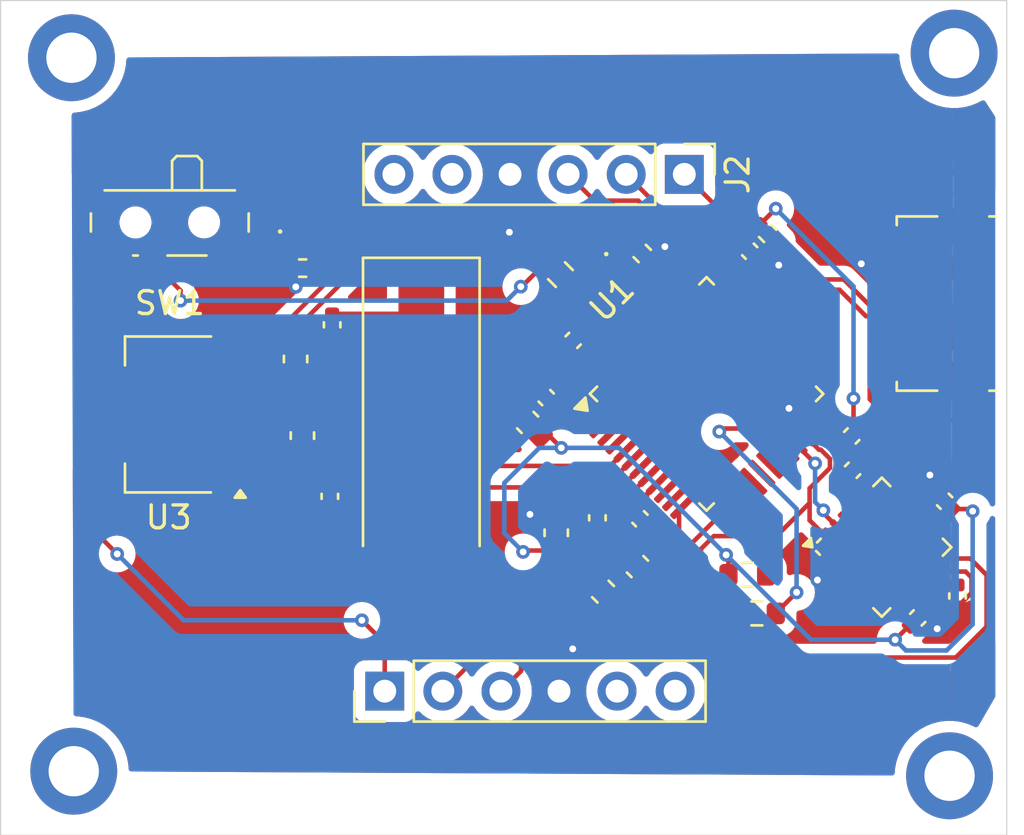
<source format=kicad_pcb>
(kicad_pcb (version 20221018) (generator pcbnew)
  (layers (0 "F.Cu" signal) (31 "B.Cu" signal) (34 "B.Paste" user) (35 "F.Paste" user) (36 "B.SilkS" user "B.Silkscreen") (37 "F.SilkS" user "F.Silkscreen") (38 "B.Mask" user) (39 "F.Mask" user) (44 "Edge.Cuts" user))
  (net 0 "")
  (net 1 "+3.3V")
  (net 2 "GND")
  (net 3 "Net-(U2-CPOUT)")
  (net 4 "Net-(U2-REGOUT)")
  (net 5 "+3.3VA")
  (net 6 "Net-(U1-NRST)")
  (net 7 "/OSC_IN")
  (net 8 "/OSC_OUT")
  (net 9 "VBUS")
  (net 10 "/PWR_LED_K")
  (net 11 "Net-(D2-K)")
  (net 12 "/GPIO_LED")
  (net 13 "/USB_D-")
  (net 14 "/USB_D+")
  (net 16 "unconnected-(J1-Shield-Pad6)")
  (net 17 "/SWDIO")
  (net 18 "/SWCLK")
  (net 19 "/USART2_TX")
  (net 20 "/USART2_RX")
  (net 21 "/IMU_SDA")
  (net 22 "/IMU_SCL")
  (net 23 "/SW_BOOT0")
  (net 24 "/BOOT0")
  (net 30 "/IMU_INT")
  (footprint "Package_TO_SOT_SMD:SOT-223-3_TabPin2" (layer "F.Cu") (at 149.649999 66.9 180)
    (fp_text reference "U3")
    (fp_text value "AMS1117-3.3")
  )
  (footprint "Sensor_Motion:InvenSense_QFN-24_4x4mm_P0.5mm" (layer "F.Cu") (at 180.837258 72.705025 45)
    (fp_text reference "U2" hide)
    (fp_text value "MPU-6050" hide)
  )
  (footprint "LED_SMD:LED_0402_1005Metric" (layer "F.Cu") (at 169.557053 60.657053 -45)
    (fp_text reference "D2" hide)
    (fp_text value "LED" hide)
  )
  (footprint "Capacitor_SMD:C_0402_1005Metric" (layer "F.Cu") (at 167.339411 63.660589 45)
    (fp_text reference "C5" hide)
    (fp_text value "100n" hide)
  )
  (footprint "LED_SMD:LED_0402_1005Metric" (layer "F.Cu") (at 155.615 58.9)
    (fp_text reference "D1" hide)
    (fp_text value "LED" hide)
  )
  (footprint "Capacitor_SMD:C_0402_1005Metric" (layer "F.Cu") (at 170.260589 71.460589 135)
    (fp_text reference "C12" hide)
    (fp_text value "10n" hide)
  )
  (footprint "Resistor_SMD:R_0603_1608Metric" (layer "F.Cu") (at 175.375 75.6)
    (fp_text reference "R3" hide)
    (fp_text value "10k" hide)
  )
  (footprint "Capacitor_SMD:C_0402_1005Metric" (layer "F.Cu") (at 175.060589 59.760589 -45)
    (fp_text reference "C6" hide)
    (fp_text value "100n" hide)
  )
  (footprint "Capacitor_SMD:C_0603_1608Metric" (layer "F.Cu") (at 170.151992 73.551992 135)
    (fp_text reference "C11" hide)
    (fp_text value "1u" hide)
  )
  (footprint "Connector_PinHeader_2.54mm:PinHeader_1x06_P2.54mm_Vertical" (layer "F.Cu") (at 159.1 79 90)
    (fp_text reference "J3" hide)
    (fp_text value "Conn_01x04_Pin" hide)
  )
  (footprint "Connector_USB:USB_Micro-B_Molex_47346-0001" (layer "F.Cu") (at 183.2 62.05 90)
    (fp_text reference "J1" hide)
    (fp_text value "USB_B_Micro" hide)
  )
  (footprint "MountingHole:MountingHole_2.2mm_M2_DIN965_Pad_TopBottom" (layer "F.Cu") (at 145.5 82.5)
    (fp_text reference "H3" hide)
    (fp_text value "MountingHole" hide)
  )
  (footprint "MountingHole:MountingHole_2.2mm_M2_DIN965_Pad_TopBottom" (layer "F.Cu") (at 145.4 51.3)
    (fp_text reference "H4" hide)
    (fp_text value "MountingHole" hide)
  )
  (footprint "Capacitor_SMD:C_0402_1005Metric" (layer "F.Cu") (at 182.407035 75.795908 -135)
    (fp_text reference "C2" hide)
    (fp_text value "10n" hide)
  )
  (footprint "Resistor_SMD:R_0603_1608Metric" (layer "F.Cu") (at 174.955 73.91)
    (fp_text reference "R2" hide)
    (fp_text value "10k" hide)
  )
  (footprint "Capacitor_SMD:C_0603_1608Metric" (layer "F.Cu") (at 165.348008 67.248008 135)
    (fp_text reference "C10" hide)
    (fp_text value "1u" hide)
  )
  (footprint "Capacitor_SMD:C_0402_1005Metric" (layer "F.Cu") (at 183.585857 70.695908 135)
    (fp_text reference "C1" hide)
    (fp_text value "100n" hide)
  )
  (footprint "Resistor_SMD:R_0603_1608Metric" (layer "F.Cu") (at 166.783363 60.783363 -45)
    (fp_text reference "R4" hide)
    (fp_text value "10k" hide)
  )
  (footprint "Capacitor_SMD:C_0402_1005Metric" (layer "F.Cu") (at 184.146446 74.836497 90)
    (fp_text reference "C4" hide)
    (fp_text value "100n" hide)
  )
  (footprint "Package_QFP:LQFP-48_7x7mm_P0.5mm" (layer "F.Cu") (at 173.172785 66 45)
    (fp_text reference "U1")
    (fp_text value "STM32F103C8T6" hide)
  )
  (footprint "Capacitor_SMD:C_0402_1005Metric" (layer "F.Cu") (at 156.7 70.48 90)
    (fp_text reference "C15" hide)
    (fp_text value "30p" hide)
  )
  (footprint "Crystal:Crystal_SMD_HC49-SD" (layer "F.Cu") (at 160.7 66.75 -90)
    (fp_text reference "Y2" hide)
    (fp_text value "Crystal" hide)
  )
  (footprint "Resistor_SMD:R_0402_1005Metric" (layer "F.Cu") (at 175.845698 58.981284 -45)
    (fp_text reference "R6" hide)
    (fp_text value "1k5" hide)
  )
  (footprint "Connector_PinHeader_2.54mm:PinHeader_1x06_P2.54mm_Vertical" (layer "F.Cu") (at 172.2 56.4 -90)
    (fp_text reference "J2")
    (fp_text value "Conn_01x04_Pin" hide)
  )
  (footprint "Resistor_SMD:R_0402_1005Metric" (layer "F.Cu") (at 170.360624 59.860624 -45)
    (fp_text reference "R5" hide)
    (fp_text value "1k5" hide)
  )
  (footprint "Inductor_SMD:L_0603_1608Metric" (layer "F.Cu") (at 168.647137 74.647137 -45)
    (fp_text reference "FB1" hide)
    (fp_text value "120R" hide)
  )
  (footprint "Capacitor_SMD:C_0402_1005Metric" (layer "F.Cu") (at 168.4 71.42 -90)
    (fp_text reference "C13" hide)
    (fp_text value "100n" hide)
  )
  (footprint "Button_Switch_SMD:SW_SPDT_PCM12" (layer "F.Cu") (at 149.7 58.83 180)
    (fp_text reference "SW1")
    (fp_text value "SW_SPDT")
  )
  (footprint "Capacitor_SMD:C_0603_1608Metric" (layer "F.Cu") (at 166.6 72.075 90)
    (fp_text reference "C9" hide)
    (fp_text value "10u" hide)
  )
  (footprint "MountingHole:MountingHole_2.2mm_M2_DIN965_Pad_TopBottom" (layer "F.Cu") (at 184 51.1)
    (fp_text reference "H1" hide)
    (fp_text value "MountingHole" hide)
  )
  (footprint "MountingHole:MountingHole_2.2mm_M2_DIN965_Pad_TopBottom" (layer "F.Cu") (at 183.8 82.7)
    (fp_text reference "H2" hide)
    (fp_text value "MountingHole" hide)
  )
  (footprint "Capacitor_SMD:C_0402_1005Metric" (layer "F.Cu") (at 179.52 67.839411 -135)
    (fp_text reference "C7" hide)
    (fp_text value "100n" hide)
  )
  (footprint "Capacitor_SMD:C_0402_1005Metric" (layer "F.Cu") (at 156.8 62.98 -90)
    (fp_text reference "C14" hide)
    (fp_text value "30p" hide)
  )
  (footprint "Resistor_SMD:R_0402_1005Metric" (layer "F.Cu") (at 155.51 60.5 180)
    (fp_text reference "R1" hide)
    (fp_text value "1k5")
  )
  (footprint "Capacitor_SMD:C_0402_1005Metric" (layer "F.Cu") (at 179.560589 69.339411 -135)
    (fp_text reference "C3" hide)
    (fp_text value "2n2" hide)
  )
  (footprint "Capacitor_SMD:C_0402_1005Metric" (layer "F.Cu") (at 166.160589 66.160589 135)
    (fp_text reference "C8" hide)
    (fp_text value "100n" hide)
  )
  (footprint "Capacitor_SMD:C_0603_1608Metric" (layer "F.Cu") (at 155.2 64.475 90)
    (fp_text reference "C17" hide)
    (fp_text value "22u" hide)
  )
  (footprint "Capacitor_SMD:C_0603_1608Metric" (layer "F.Cu") (at 155.5 67.825 90)
    (fp_text reference "C16" hide)
    (fp_text value "22u" hide)
  )
  (gr_rect (start 142.3 48.8) (end 186.3 85.3) (stroke (width 0.05)) (fill none) (layer "Edge.Cuts"))
  (segment (start 174.721178 59.421178) (end 174.721178 59.384556) (width 0.2) (layer "F.Cu") (net 1))
  (segment (start 168.09029 74.09029) (end 166.85 72.85) (width 0.2) (layer "F.Cu") (net 1))
  (segment (start 174.171573 59.970783) (end 174.721178 59.421178) (width 0.2) (layer "F.Cu") (net 1))
  (segment (start 146.499999 72.099999) (end 147.4 73) (width 0.2) (layer "F.Cu") (net 1))
  (segment (start 174.171573 61.112124) (end 174.171573 59.970783) (width 0.2) (layer "F.Cu") (net 1))
  (segment (start 178.561873 67.5) (end 178.060661 66.998788) (width 0.2) (layer "F.Cu") (net 1))
  (segment (start 152.799999 66.9) (end 155.35 66.9) (width 0.2) (layer "F.Cu") (net 1))
  (segment (start 175.485074 58.614926) (end 176.2 57.9) (width 0.2) (layer "F.Cu") (net 1))
  (segment (start 183.925268 71.035319) (end 183.925268 69.175268) (width 0.2) (layer "F.Cu") (net 1))
  (segment (start 174.13 73.91) (end 174.13 73.140735) (width 0.2) (layer "F.Cu") (net 1))
  (segment (start 146.499999 66.9) (end 146.499999 72.099999) (width 0.2) (layer "F.Cu") (net 1))
  (segment (start 168.001212 65.001212) (end 167 64) (width 0.2) (layer "F.Cu") (net 1))
  (segment (start 159.1 77.29) (end 161.6 74.79) (width 0.2) (layer "F.Cu") (net 1))
  (segment (start 174.13 73.91) (end 174.13 75.18) (width 0.2) (layer "F.Cu") (net 1))
  (segment (start 156.59 59.39) (end 156.59 61.086304) (width 0.2) (layer "F.Cu") (net 1))
  (segment (start 180.59 67.5) (end 179.859411 67.5) (width 0.2) (layer "F.Cu") (net 1))
  (segment (start 166.5 66.5) (end 167.786121 66.5) (width 0.2) (layer "F.Cu") (net 1))
  (segment (start 167.998788 65.001212) (end 168.284909 65.001212) (width 0.2) (layer "F.Cu") (net 1))
  (segment (start 179.6 66.2) (end 179.6 67.240589) (width 0.2) (layer "F.Cu") (net 1))
  (segment (start 154.425 63.251304) (end 150.148695 63.251304) (width 0.2) (layer "F.Cu") (net 1))
  (segment (start 182.067624 76.135319) (end 182.067624 74.996051) (width 0.2) (layer "F.Cu") (net 1))
  (segment (start 156.59 61.086304) (end 154.425 63.251304) (width 0.2) (layer "F.Cu") (net 1))
  (segment (start 179.6 67.240589) (end 179.859411 67.5) (width 0.2) (layer "F.Cu") (net 1))
  (segment (start 165.896016 67.796016) (end 165.896016 67.103984) (width 0.2) (layer "F.Cu") (net 1))
  (segment (start 174.13 75.18) (end 174.55 75.6) (width 0.2) (layer "F.Cu") (net 1))
  (segment (start 168.284909 65.001212) (end 168.001212 65.001212) (width 0.2) (layer "F.Cu") (net 1))
  (segment (start 159.1 79) (end 159.1 77.29) (width 0.2) (layer "F.Cu") (net 1))
  (segment (start 174.13 73.140735) (end 174.029265 73.04) (width 0.2) (layer "F.Cu") (net 1))
  (segment (start 181.56 68.47) (end 180.59 67.5) (width 0.2) (layer "F.Cu") (net 1))
  (segment (start 183.925268 71.384782) (end 183.925268 71.035319) (width 0.2) (layer "F.Cu") (net 1))
  (segment (start 167.786121 66.5) (end 168.284909 66.998788) (width 0.2) (layer "F.Cu") (net 1))
  (segment (start 150.148695 63.251304) (end 146.499999 66.9) (width 0.2) (layer "F.Cu") (net 1))
  (segment (start 165.896016 67.103984) (end 166.5 66.5) (width 0.2) (layer "F.Cu") (net 1))
  (segment (start 175.485074 58.62066) (end 175.485074 58.614926) (width 0.2) (layer "F.Cu") (net 1))
  (segment (start 174.721178 59.421178) (end 174.721178 58.921178) (width 0.2) (layer "F.Cu") (net 1))
  (segment (start 165.896016 67.796016) (end 166.256016 67.796016) (width 0.2) (layer "F.Cu") (net 1))
  (segment (start 182.067624 74.996051) (end 181.685786 74.614213) (width 0.2) (layer "F.Cu") (net 1))
  (segment (start 166.85 72.85) (end 166.6 72.85) (width 0.2) (layer "F.Cu") (net 1))
  (segment (start 183.925268 69.175268) (end 183.22 68.47) (width 0.2) (layer "F.Cu") (net 1))
  (segment (start 183.22 68.47) (end 181.56 68.47) (width 0.2) (layer "F.Cu") (net 1))
  (segment (start 183.1 72.21005) (end 183.925268 71.384782) (width 0.2) (layer "F.Cu") (net 1))
  (segment (start 179.859411 67.5) (end 178.561873 67.5) (width 0.2) (layer "F.Cu") (net 1))
  (segment (start 165.21 72.85) (end 165.15 72.91) (width 0.2) (layer "F.Cu") (net 1))
  (segment (start 161.6 74.79) (end 164.66 74.79) (width 0.2) (layer "F.Cu") (net 1))
  (segment (start 159.1 76.9) (end 159.1 77.29) (width 0.2) (layer "F.Cu") (net 1))
  (segment (start 166.5 66.5) (end 167.998788 65.001212) (width 0.2) (layer "F.Cu") (net 1))
  (segment (start 158.1 75.9) (end 159.1 76.9) (width 0.2) (layer "F.Cu") (net 1))
  (segment (start 166.256016 67.796016) (end 166.82 68.36) (width 0.2) (layer "F.Cu") (net 1))
  (segment (start 146.499999 66.9) (end 146.499999 61.210001) (width 0.2) (layer "F.Cu") (net 1))
  (segment (start 164.66 74.79) (end 166.6 72.85) (width 0.2) (layer "F.Cu") (net 1))
  (segment (start 183.925268 71.035319) (end 184.715319 71.035319) (width 0.2) (layer "F.Cu") (net 1))
  (segment (start 146.499999 61.210001) (end 147.45 60.26) (width 0.2) (layer "F.Cu") (net 1))
  (segment (start 155.35 66.9) (end 155.5 67.05) (width 0.2) (layer "F.Cu") (net 1))
  (segment (start 174.721178 58.921178) (end 172.2 56.4) (width 0.2) (layer "F.Cu") (net 1))
  (segment (start 156.1 58.9) (end 156.59 59.39) (width 0.2) (layer "F.Cu") (net 1))
  (segment (start 182.067624 76.135319) (end 182.034681 76.135319) (width 0.2) (layer "F.Cu") (net 1))
  (segment (start 146.499999 66.9) (end 152.799999 66.9) (width 0.2) (layer "F.Cu") (net 1))
  (segment (start 184.715319 71.035319) (end 184.81 71.13) (width 0.2) (layer "F.Cu") (net 1))
  (segment (start 182.034681 76.135319) (end 181.42 76.75) (width 0.2) (layer "F.Cu") (net 1))
  (segment (start 174.721178 59.384556) (end 175.485074 58.62066) (width 0.2) (layer "F.Cu") (net 1))
  (segment (start 166.6 72.85) (end 165.21 72.85) (width 0.2) (layer "F.Cu") (net 1))
  (via (at 147.4 73) (size 0.6) (drill 0.3) (layers "F.Cu" "B.Cu") (net 1))
  (via (at 166.82 68.36) (size 0.6) (drill 0.3) (layers "F.Cu" "B.Cu") (net 1))
  (via (at 184.81 71.13) (size 0.6) (drill 0.3) (layers "F.Cu" "B.Cu") (net 1))
  (via (at 165.15 72.91) (size 0.6) (drill 0.3) (layers "F.Cu" "B.Cu") (net 1))
  (via (at 181.42 76.75) (size 0.6) (drill 0.3) (layers "F.Cu" "B.Cu") (net 1))
  (via (at 176.2 57.9) (size 0.6) (drill 0.3) (layers "F.Cu" "B.Cu") (net 1))
  (via (at 179.6 66.2) (size 0.6) (drill 0.3) (layers "F.Cu" "B.Cu") (net 1))
  (via (at 158.1 75.9) (size 0.6) (drill 0.3) (layers "F.Cu" "B.Cu") (net 1))
  (via (at 174.029265 73.04) (size 0.6) (drill 0.3) (layers "F.Cu" "B.Cu") (net 1))
  (segment (start 150.3 75.9) (end 158.1 75.9) (width 0.2) (layer "B.Cu") (net 1))
  (segment (start 166.82 68.36) (end 169.349265 68.36) (width 0.2) (layer "B.Cu") (net 1))
  (segment (start 177.739265 76.75) (end 174.029265 73.04) (width 0.2) (layer "B.Cu") (net 1))
  (segment (start 164.33 72.09) (end 164.33 69.89) (width 0.2) (layer "B.Cu") (net 1))
  (segment (start 165.86 68.36) (end 166.82 68.36) (width 0.2) (layer "B.Cu") (net 1))
  (segment (start 164.33 69.89) (end 165.86 68.36) (width 0.2) (layer "B.Cu") (net 1))
  (segment (start 181.89 77.22) (end 181.42 76.75) (width 0.2) (layer "B.Cu") (net 1))
  (segment (start 176.2 57.9) (end 179.6 61.3) (width 0.2) (layer "B.Cu") (net 1))
  (segment (start 183.67 77.22) (end 181.89 77.22) (width 0.2) (layer "B.Cu") (net 1))
  (segment (start 169.349265 68.36) (end 174.029265 73.04) (width 0.2) (layer "B.Cu") (net 1))
  (segment (start 181.42 76.75) (end 177.739265 76.75) (width 0.2) (layer "B.Cu") (net 1))
  (segment (start 179.6 61.3) (end 179.6 66.2) (width 0.2) (layer "B.Cu") (net 1))
  (segment (start 184.81 76.08) (end 183.67 77.22) (width 0.2) (layer "B.Cu") (net 1))
  (segment (start 184.81 71.13) (end 184.81 76.08) (width 0.2) (layer "B.Cu") (net 1))
  (segment (start 165.15 72.91) (end 164.33 72.09) (width 0.2) (layer "B.Cu") (net 1))
  (segment (start 147.4 73) (end 150.3 75.9) (width 0.2) (layer "B.Cu") (net 1))
  (segment (start 181.332233 70.432233) (end 181.332233 70.442283) (width 0.2) (layer "F.Cu") (net 2))
  (segment (start 166.72 79) (end 166.72 77.75) (width 0.2) (layer "F.Cu") (net 2))
  (segment (start 165.48 71.3) (end 165.45 71.27) (width 0.2) (layer "F.Cu") (net 2))
  (segment (start 156.8 66.05) (end 156 65.25) (width 0.2) (layer "F.Cu") (net 2))
  (segment (start 155 60.5) (end 152.19 60.5) (width 0.2) (layer "F.Cu") (net 2))
  (segment (start 165.821178 65.821178) (end 165.678822 65.821178) (width 0.2) (layer "F.Cu") (net 2))
  (segment (start 182.746446 75.456497) (end 182.746446 75.756446) (width 0.2) (layer "F.Cu") (net 2))
  (segment (start 168.4 71.9) (end 169.142356 71.9) (width 0.2) (layer "F.Cu") (net 2))
  (segment (start 184.006446 75.456497) (end 184.146446 75.316497) (width 0.2) (layer "F.Cu") (net 2))
  (segment (start 181.332233 70.442283) (end 181.655669 70.118847) (width 0.2) (layer "F.Cu") (net 2))
  (segment (start 167.561178 63.321178) (end 167.678822 63.321178) (width 0.2) (layer "F.Cu") (net 2))
  (segment (start 156.8 67.88) (end 156.8 66.05) (width 0.2) (layer "F.Cu") (net 2))
  (segment (start 174.525127 61.465678) (end 175.4 60.590805) (width 0.2) (layer "F.Cu") (net 2))
  (segment (start 176.06 60.1) (end 176.33 60.37) (width 0.2) (layer "F.Cu") (net 2))
  (segment (start 152.19 60.5) (end 151.95 60.26) (width 0.2) (layer "F.Cu") (net 2))
  (segment (start 156.8 63.46) (end 156.8 63.65) (width 0.2) (layer "F.Cu") (net 2))
  (segment (start 152.799999 69.2) (end 154.9 69.2) (width 0.2) (layer "F.Cu") (net 2))
  (segment (start 166.6 71.3) (end 165.48 71.3) (width 0.2) (layer "F.Cu") (net 2))
  (segment (start 175.4 60.590805) (end 175.4 60.1) (width 0.2) (layer "F.Cu") (net 2))
  (segment (start 167 62.76) (end 167.561178 63.321178) (width 0.2) (layer "F.Cu") (net 2))
  (segment (start 178.02 73.754516) (end 178.02 74.14) (width 0.2) (layer "F.Cu") (net 2))
  (segment (start 155 60.5) (end 155 61.11) (width 0.2) (layer "F.Cu") (net 2))
  (segment (start 183.246446 69.856446) (end 182.94 69.55) (width 0.2) (layer "F.Cu") (net 2))
  (segment (start 184.76 74.702943) (end 184.146446 75.316497) (width 0.2) (layer "F.Cu") (net 2))
  (segment (start 169.921178 71.121178) (end 169.921178 70.312267) (width 0.2) (layer "F.Cu") (net 2))
  (segment (start 164.8 66.7) (end 164.04 65.94) (width 0.2) (layer "F.Cu") (net 2))
  (segment (start 183.77 73.77) (end 184.5 73.77) (width 0.2) (layer "F.Cu") (net 2))
  (segment (start 154.9 69.2) (end 155.5 68.6) (width 0.2) (layer "F.Cu") (net 2))
  (segment (start 156.8 63.65) (end 155.2 65.25) (width 0.2) (layer "F.Cu") (net 2))
  (segment (start 168.094055 63.814055) (end 168.094055 64.10325) (width 0.2) (layer "F.Cu") (net 2))
  (segment (start 168.4 71.9) (end 168.5 71.9) (width 0.2) (layer "F.Cu") (net 2))
  (segment (start 179.180589 68.178822) (end 179.180589 68.280589) (width 0.2) (layer "F.Cu") (net 2))
  (segment (start 168.094055 64.10325) (end 168.638463 64.647658) (width 0.2) (layer "F.Cu") (net 2))
  (segment (start 164.04 64.66) (end 165.94 62.76) (width 0.2) (layer "F.Cu") (net 2))
  (segment (start 170.721248 60.188752) (end 171.35 59.56) (width 0.2) (layer "F.Cu") (net 2))
  (segment (start 155.5 68.6) (end 156.08 68.6) (width 0.2) (layer "F.Cu") (net 2))
  (segment (start 165.678822 65.821178) (end 164.8 66.7) (width 0.2) (layer "F.Cu") (net 2))
  (segment (start 168.5 71.9) (end 169.603984 73.003984) (width 0.2) (layer "F.Cu") (net 2))
  (segment (start 184.76 74.03) (end 184.76 74.702943) (width 0.2) (layer "F.Cu") (net 2))
  (segment (start 177.707107 67.352342) (end 178.533587 68.178822) (width 0.2) (layer "F.Cu") (net 2))
  (segment (start 183.66301 73.87699) (end 183.77 73.77) (width 0.2) (layer "F.Cu") (net 2))
  (segment (start 182.746446 75.756446) (end 183.26 76.27) (width 0.2) (layer "F.Cu") (net 2))
  (segment (start 156.08 68.6) (end 156.8 67.88) (width 0.2) (layer "F.Cu") (net 2))
  (segment (start 170.721248 60.221248) (end 170.721248 60.188752) (width 0.2) (layer "F.Cu") (net 2))
  (segment (start 167.678822 63.321178) (end 167.678822 63.398822) (width 0.2) (layer "F.Cu") (net 2))
  (segment (start 178.574516 73.2) (end 178.02 73.754516) (width 0.2) (layer "F.Cu") (net 2))
  (segment (start 167.8 71.3) (end 168.4 71.9) (width 0.2) (layer "F.Cu") (net 2))
  (segment (start 178.533587 68.178822) (end 179.180589 68.178822) (width 0.2) (layer "F.Cu") (net 2))
  (segment (start 166.72 77.75) (end 167.32 77.15) (width 0.2) (layer "F.Cu") (net 2))
  (segment (start 182.746446 73.553553) (end 183.069883 73.87699) (width 0.2) (layer "F.Cu") (net 2))
  (segment (start 175.4 60.1) (end 176.06 60.1) (width 0.2) (layer "F.Cu") (net 2))
  (segment (start 156.7 69.8) (end 155.5 68.6) (width 0.2) (layer "F.Cu") (net 2))
  (segment (start 182.746446 75.456497) (end 184.006446 75.456497) (width 0.2) (layer "F.Cu") (net 2))
  (segment (start 183.246446 70.356497) (end 183.246446 69.856446) (width 0.2) (layer "F.Cu") (net 2))
  (segment (start 180.38 60.75) (end 179.94 60.31) (width 0.2) (layer "F.Cu") (net 2))
  (segment (start 166.6 71.3) (end 167.8 71.3) (width 0.2) (layer "F.Cu") (net 2))
  (segment (start 169.921178 70.312267) (end 170.759783 69.473662) (width 0.2) (layer "F.Cu") (net 2))
  (segment (start 176.986426 66.631661) (end 176.776256 66.631661) (width 0.2) (layer "F.Cu") (net 2))
  (segment (start 184.5 73.77) (end 184.76 74.03) (width 0.2) (layer "F.Cu") (net 2))
  (segment (start 177.707107 67.352342) (end 176.986426 66.631661) (width 0.2) (layer "F.Cu") (net 2))
  (segment (start 156.7 70) (end 156.7 69.8) (width 0.2) (layer "F.Cu") (net 2))
  (segment (start 164.51 58.89) (end 164.55 58.93) (width 0.2) (layer "F.Cu") (net 2))
  (segment (start 169.142356 71.9) (end 169.921178 71.121178) (width 0.2) (layer "F.Cu") (net 2))
  (segment (start 164.58 58.9) (end 164.55 58.93) (width 0.2) (layer "F.Cu") (net 2))
  (segment (start 179.9 69) (end 181.332233 70.432233) (width 0.2) (layer "F.Cu") (net 2))
  (segment (start 164.58 56.4) (end 164.58 58.9) (width 0.2) (layer "F.Cu") (net 2))
  (segment (start 179.180589 68.280589) (end 179.9 69) (width 0.2) (layer "F.Cu") (net 2))
  (segment (start 181.74 60.75) (end 180.38 60.75) (width 0.2) (layer "F.Cu") (net 2))
  (segment (start 165.94 62.76) (end 167 62.76) (width 0.2) (layer "F.Cu") (net 2))
  (segment (start 181.655669 70.118847) (end 183.008796 70.118847) (width 0.2) (layer "F.Cu") (net 2))
  (segment (start 155 61.11) (end 155.21 61.32) (width 0.2) (layer "F.Cu") (net 2))
  (segment (start 164.04 65.94) (end 164.04 64.66) (width 0.2) (layer "F.Cu") (net 2))
  (segment (start 167.678822 63.398822) (end 168.094055 63.814055) (width 0.2) (layer "F.Cu") (net 2))
  (segment (start 183.008796 70.118847) (end 183.246446 70.356497) (width 0.2) (layer "F.Cu") (net 2))
  (segment (start 156 65.25) (end 155.2 65.25) (width 0.2) (layer "F.Cu") (net 2))
  (segment (start 183.069883 73.87699) (end 183.66301 73.87699) (width 0.2) (layer "F.Cu") (net 2))
  (via (at 179.94 60.31) (size 0.6) (drill 0.3) (layers "F.Cu" "B.Cu") (net 2))
  (via (at 182.94 69.55) (size 0.6) (drill 0.3) (layers "F.Cu" "B.Cu") (net 2))
  (via (at 183.26 76.27) (size 0.6) (drill 0.3) (layers "F.Cu" "B.Cu") (net 2))
  (via (at 171.35 59.56) (size 0.6) (drill 0.3) (layers "F.Cu" "B.Cu") (net 2))
  (via (at 178.02 74.14) (size 0.6) (drill 0.3) (layers "F.Cu" "B.Cu") (net 2))
  (via (at 165.45 71.27) (size 0.6) (drill 0.3) (layers "F.Cu" "B.Cu") (net 2))
  (via (at 167.32 77.15) (size 0.6) (drill 0.3) (layers "F.Cu" "B.Cu") (net 2))
  (via (at 176.776256 66.631661) (size 0.6) (drill 0.3) (layers "F.Cu" "B.Cu") (net 2))
  (via (at 176.33 60.37) (size 0.6) (drill 0.3) (layers "F.Cu" "B.Cu") (net 2))
  (via (at 155.21 61.32) (size 0.6) (drill 0.3) (layers "F.Cu" "B.Cu") (net 2))
  (via (at 164.55 58.93) (size 0.6) (drill 0.3) (layers "F.Cu" "B.Cu") (net 2))
  (segment (start 179.221178 70.028285) (end 179.98873 70.795837) (width 0.2) (layer "F.Cu") (net 3))
  (segment (start 179.221178 69.678822) (end 179.221178 70.028285) (width 0.2) (layer "F.Cu") (net 3))
  (segment (start 182.842283 74.356497) (end 184.146446 74.356497) (width 0.2) (layer "F.Cu") (net 4))
  (segment (start 182.392893 73.907107) (end 182.842283 74.356497) (width 0.2) (layer "F.Cu") (net 4))
  (segment (start 170.568929 70.968929) (end 170.6 71) (width 0.2) (layer "F.Cu") (net 5))
  (segment (start 171.31 73.13) (end 170.6 72.42) (width 0.2) (layer "F.Cu") (net 5))
  (segment (start 170.7 74.1) (end 170.307968 74.1) (width 0.2) (layer "F.Cu") (net 5))
  (segment (start 171.31 73.49) (end 171.31 73.13) (width 0.2) (layer "F.Cu") (net 5))
  (segment (start 170.307968 74.1) (end 169.203984 75.203984) (width 0.2) (layer "F.Cu") (net 5))
  (segment (start 170.568929 70.371622) (end 170.568929 70.968929) (width 0.2) (layer "F.Cu") (net 5))
  (segment (start 171.113336 69.827215) (end 170.568929 70.371622) (width 0.2) (layer "F.Cu") (net 5))
  (segment (start 170.6 72.42) (end 170.6 71.8) (width 0.2) (layer "F.Cu") (net 5))
  (segment (start 170.6 71) (end 170.6 71.8) (width 0.2) (layer "F.Cu") (net 5))
  (segment (start 170.7 74.1) (end 171.31 73.49) (width 0.2) (layer "F.Cu") (net 5))
  (segment (start 168.586339 70.94) (end 170.40623 69.120109) (width 0.2) (layer "F.Cu") (net 6))
  (segment (start 168.4 70.94) (end 168.586339 70.94) (width 0.2) (layer "F.Cu") (net 6))
  (segment (start 161.75 67.31) (end 161.72 67.31) (width 0.2) (layer "F.Cu") (net 7))
  (segment (start 156.8 62.5) (end 160.7 62.5) (width 0.2) (layer "F.Cu") (net 7))
  (segment (start 168.962125 69.15) (end 163.59 69.15) (width 0.2) (layer "F.Cu") (net 7))
  (segment (start 161.72 67.31) (end 160.7 66.29) (width 0.2) (layer "F.Cu") (net 7))
  (segment (start 169.699123 68.413002) (end 168.962125 69.15) (width 0.2) (layer "F.Cu") (net 7))
  (segment (start 163.59 69.15) (end 161.75 67.31) (width 0.2) (layer "F.Cu") (net 7))
  (segment (start 160.7 66.29) (end 160.7 62.5) (width 0.2) (layer "F.Cu") (net 7))
  (segment (start 160.7 71) (end 161.61 70.09) (width 0.2) (layer "F.Cu") (net 8))
  (segment (start 156.7 70.96) (end 160.66 70.96) (width 0.2) (layer "F.Cu") (net 8))
  (segment (start 168.729231 70.09) (end 170.052676 68.766555) (width 0.2) (layer "F.Cu") (net 8))
  (segment (start 161.61 70.09) (end 168.729231 70.09) (width 0.2) (layer "F.Cu") (net 8))
  (segment (start 160.66 70.96) (end 160.7 71) (width 0.2) (layer "F.Cu") (net 8))
  (segment (start 180.85 63.35) (end 180.31 63.89) (width 0.2) (layer "F.Cu") (net 9))
  (segment (start 155.2 63.7) (end 153.699999 63.7) (width 0.2) (layer "F.Cu") (net 9))
  (segment (start 159.36 54.04) (end 157.41 55.99) (width 0.2) (layer "F.Cu") (net 9))
  (segment (start 181.24 67.16) (end 184.74 67.16) (width 0.2) (layer "F.Cu") (net 9))
  (segment (start 180.31 63.89) (end 180.31 66.23) (width 0.2) (layer "F.Cu") (net 9))
  (segment (start 180.31 66.23) (end 181.24 67.16) (width 0.2) (layer "F.Cu") (net 9))
  (segment (start 153.699999 63.7) (end 152.799999 64.6) (width 0.2) (layer "F.Cu") (net 9))
  (segment (start 181.7 54.04) (end 159.36 54.04) (width 0.2) (layer "F.Cu") (net 9))
  (segment (start 184.74 67.16) (end 185.65 66.25) (width 0.2) (layer "F.Cu") (net 9))
  (segment (start 157.41 55.99) (end 157.41 60.953866) (width 0.2) (layer "F.Cu") (net 9))
  (segment (start 155.2 63.163866) (end 155.2 63.7) (width 0.2) (layer "F.Cu") (net 9))
  (segment (start 157.41 60.953866) (end 155.2 63.163866) (width 0.2) (layer "F.Cu") (net 9))
  (segment (start 185.65 57.99) (end 181.7 54.04) (width 0.2) (layer "F.Cu") (net 9))
  (segment (start 185.65 66.25) (end 185.65 57.99) (width 0.2) (layer "F.Cu") (net 9))
  (segment (start 181.74 63.35) (end 180.85 63.35) (width 0.2) (layer "F.Cu") (net 9))
  (segment (start 155.13 59.61) (end 156.02 60.5) (width 0.2) (layer "F.Cu") (net 10))
  (segment (start 155.13 58.9) (end 155.13 59.61) (width 0.2) (layer "F.Cu") (net 10))
  (segment (start 169.214106 60.314106) (end 169.214106 60.285894) (width 0.2) (layer "F.Cu") (net 11))
  (segment (start 169.214106 60.285894) (end 170 59.5) (width 0.2) (layer "F.Cu") (net 11))
  (segment (start 169.9 61) (end 169.940551 61) (width 0.2) (layer "F.Cu") (net 12))
  (segment (start 169.940551 61) (end 171.113336 62.172785) (width 0.2) (layer "F.Cu") (net 12))
  (segment (start 180.604999 62.6) (end 180.704999 62.7) (width 0.2) (layer "F.Cu") (net 13))
  (segment (start 180.1418 62.6) (end 180.604999 62.6) (width 0.2) (layer "F.Cu") (net 13))
  (segment (start 176.631769 61.445) (end 178.9868 61.445) (width 0.2) (layer "F.Cu") (net 13))
  (segment (start 176.220021 61.892104) (end 176.220021 61.856748) (width 0.2) (layer "F.Cu") (net 13))
  (segment (start 176.220021 61.856748) (end 176.631769 61.445) (width 0.2) (layer "F.Cu") (net 13))
  (segment (start 175.585787 62.526338) (end 176.220021 61.892104) (width 0.2) (layer "F.Cu") (net 13))
  (segment (start 178.9868 61.445) (end 180.1418 62.6) (width 0.2) (layer "F.Cu") (net 13))
  (segment (start 180.704999 62.7) (end 181.74 62.7) (width 0.2) (layer "F.Cu") (net 13))
  (segment (start 177.84 60.975586) (end 177.84 60.995) (width 0.2) (layer "F.Cu") (net 14))
  (segment (start 176.206322 59.341908) (end 177.84 60.975586) (width 0.2) (layer "F.Cu") (net 14))
  (segment (start 175.232234 62.172785) (end 175.866468 61.538551) (width 0.2) (layer "F.Cu") (net 14))
  (segment (start 176.445375 60.995) (end 177.84 60.995) (width 0.2) (layer "F.Cu") (net 14))
  (segment (start 180.3282 62.15) (end 180.604999 62.15) (width 0.2) (layer "F.Cu") (net 14))
  (segment (start 177.84 60.995) (end 179.1732 60.995) (width 0.2) (layer "F.Cu") (net 14))
  (segment (start 180.604999 62.15) (end 180.704999 62.05) (width 0.2) (layer "F.Cu") (net 14))
  (segment (start 175.901824 61.538551) (end 176.445375 60.995) (width 0.2) (layer "F.Cu") (net 14))
  (segment (start 179.1732 60.995) (end 180.3282 62.15) (width 0.2) (layer "F.Cu") (net 14))
  (segment (start 175.866468 61.538551) (end 175.901824 61.538551) (width 0.2) (layer "F.Cu") (net 14))
  (segment (start 180.704999 62.05) (end 181.74 62.05) (width 0.2) (layer "F.Cu") (net 14))
  (segment (start 181.825 59.5625) (end 183.5125 59.5625) (width 0.2) (layer "F.Cu") (net 16))
  (segment (start 183.5125 59.5625) (end 184.4 58.675) (width 0.2) (layer "F.Cu") (net 16))
  (segment (start 184.4 58.675) (end 184.4 60.5) (width 0.2) (layer "F.Cu") (net 16))
  (segment (start 184.4 63.2) (end 184.4 60.5) (width 0.2) (layer "F.Cu") (net 16))
  (segment (start 184.4 65.425) (end 184.4 63.2) (width 0.2) (layer "F.Cu") (net 16))
  (segment (start 181.825 64.5375) (end 183.5125 64.5375) (width 0.2) (layer "F.Cu") (net 16))
  (segment (start 183.5125 64.5375) (end 184.4 65.425) (width 0.2) (layer "F.Cu") (net 16))
  (segment (start 174.334272 62.363639) (end 174.87868 61.819231) (width 0.2) (layer "F.Cu") (net 17))
  (segment (start 173.95584 62.363639) (end 174.334272 62.363639) (width 0.2) (layer "F.Cu") (net 17))
  (segment (start 169.66 56.4) (end 173.273612 60.013612) (width 0.2) (layer "F.Cu") (net 17))
  (segment (start 173.273612 60.013612) (end 173.273612 61.681411) (width 0.2) (layer "F.Cu") (net 17))
  (segment (start 173.273612 61.681411) (end 173.95584 62.363639) (width 0.2) (layer "F.Cu") (net 17))
  (segment (start 172.173997 59.535468) (end 170.188529 57.55) (width 0.2) (layer "F.Cu") (net 18))
  (segment (start 172.173997 61.112124) (end 172.173997 59.535468) (width 0.2) (layer "F.Cu") (net 18))
  (segment (start 170.188529 57.55) (end 168.27 57.55) (width 0.2) (layer "F.Cu") (net 18))
  (segment (start 168.27 57.55) (end 167.12 56.4) (width 0.2) (layer "F.Cu") (net 18))
  (segment (start 170.417105 76.062895) (end 171.97 74.51) (width 0.2) (layer "F.Cu") (net 19))
  (segment (start 168.923984 76.02) (end 168.966879 76.062895) (width 0.2) (layer "F.Cu") (net 19))
  (segment (start 171.97 71.091873) (end 172.173997 70.887876) (width 0.2) (layer "F.Cu") (net 19))
  (segment (start 168.966879 76.062895) (end 170.417105 76.062895) (width 0.2) (layer "F.Cu") (net 19))
  (segment (start 161.64 79) (end 164.62 76.02) (width 0.2) (layer "F.Cu") (net 19))
  (segment (start 171.97 74.51) (end 171.97 71.091873) (width 0.2) (layer "F.Cu") (net 19))
  (segment (start 164.62 76.02) (end 168.923984 76.02) (width 0.2) (layer "F.Cu") (net 19))
  (segment (start 172.53 75.75) (end 172.53 72.529449) (width 0.2) (layer "F.Cu") (net 20))
  (segment (start 171.69 76.55) (end 171.71 76.57) (width 0.2) (layer "F.Cu") (net 20))
  (segment (start 164.18 79) (end 165.06 78.12) (width 0.2) (layer "F.Cu") (net 20))
  (segment (start 172.53 72.529449) (end 174.171573 70.887876) (width 0.2) (layer "F.Cu") (net 20))
  (segment (start 171.71 76.57) (end 172.53 75.75) (width 0.2) (layer "F.Cu") (net 20))
  (segment (start 165.06 77.28) (end 165.79 76.55) (width 0.2) (layer "F.Cu") (net 20))
  (segment (start 165.06 78.12) (end 165.06 77.28) (width 0.2) (layer "F.Cu") (net 20))
  (segment (start 165.79 76.55) (end 171.69 76.55) (width 0.2) (layer "F.Cu") (net 20))
  (segment (start 175.78 72.67) (end 177.68 70.77) (width 0.2) (layer "F.Cu") (net 21))
  (segment (start 178.087659 68.44) (end 177.353554 67.705895) (width 0.2) (layer "F.Cu") (net 21))
  (segment (start 178.57 69.238529) (end 178.57 68.841471) (width 0.2) (layer "F.Cu") (net 21))
  (segment (start 178.574516 72.21005) (end 178.362384 72.21005) (width 0.2) (layer "F.Cu") (net 21))
  (segment (start 177.68 70.128529) (end 178.57 69.238529) (width 0.2) (layer "F.Cu") (net 21))
  (segment (start 177.68 70.77) (end 177.68 70.128529) (width 0.2) (layer "F.Cu") (net 21))
  (segment (start 178.362384 72.21005) (end 177.68 71.527666) (width 0.2) (layer "F.Cu") (net 21))
  (segment (start 178.168529 68.44) (end 178.087659 68.44) (width 0.2) (layer "F.Cu") (net 21))
  (segment (start 178.57 68.841471) (end 178.168529 68.44) (width 0.2) (layer "F.Cu") (net 21))
  (segment (start 175.78 73.91) (end 175.78 72.67) (width 0.2) (layer "F.Cu") (net 21))
  (segment (start 177.68 71.527666) (end 177.68 70.77) (width 0.2) (layer "F.Cu") (net 21))
  (segment (start 176.2 75.59) (end 177.11 74.68) (width 0.2) (layer "F.Cu") (net 22))
  (segment (start 177 68.059449) (end 177 68.12) (width 0.2) (layer "F.Cu") (net 22))
  (segment (start 178.28 71.09) (end 178.28 71.208427) (width 0.2) (layer "F.Cu") (net 22))
  (segment (start 176.455592 67.515041) (end 177 68.059449) (width 0.2) (layer "F.Cu") (net 22))
  (segment (start 177 68.12) (end 177.92 69.04) (width 0.2) (layer "F.Cu") (net 22))
  (segment (start 173.864959 67.515041) (end 176.455592 67.515041) (width 0.2) (layer "F.Cu") (net 22))
  (segment (start 173.73 67.65) (end 173.864959 67.515041) (width 0.2) (layer "F.Cu") (net 22))
  (segment (start 176.2 75.6) (end 176.2 75.59) (width 0.2) (layer "F.Cu") (net 22))
  (segment (start 178.28 71.208427) (end 178.92807 71.856497) (width 0.2) (layer "F.Cu") (net 22))
  (via (at 177.92 69.04) (size 0.6) (drill 0.3) (layers "F.Cu" "B.Cu") (net 22))
  (via (at 177.11 74.68) (size 0.6) (drill 0.3) (layers "F.Cu" "B.Cu") (net 22))
  (via (at 178.28 71.09) (size 0.6) (drill 0.3) (layers "F.Cu" "B.Cu") (net 22))
  (via (at 173.73 67.65) (size 0.6) (drill 0.3) (layers "F.Cu" "B.Cu") (net 22))
  (segment (start 177.92 69.04) (end 177.92 70.73) (width 0.2) (layer "B.Cu") (net 22))
  (segment (start 177.11 71.03) (end 173.73 67.65) (width 0.2) (layer "B.Cu") (net 22))
  (segment (start 177.92 70.73) (end 178.28 71.09) (width 0.2) (layer "B.Cu") (net 22))
  (segment (start 177.11 74.68) (end 177.11 71.03) (width 0.2) (layer "B.Cu") (net 22))
  (segment (start 165.09 61.31) (end 166.2 60.2) (width 0.2) (layer "F.Cu") (net 23))
  (segment (start 148.95 60.26) (end 150.17 61.48) (width 0.2) (layer "F.Cu") (net 23))
  (segment (start 165.05 61.31) (end 165.09 61.31) (width 0.2) (layer "F.Cu") (net 23))
  (segment (start 150.17 61.48) (end 150.17 61.92) (width 0.2) (layer "F.Cu") (net 23))
  (via (at 150.17 61.92) (size 0.6) (drill 0.3) (layers "F.Cu" "B.Cu") (net 23))
  (via (at 165.05 61.31) (size 0.6) (drill 0.3) (layers "F.Cu" "B.Cu") (net 23))
  (segment (start 164.44 61.92) (end 165.05 61.31) (width 0.2) (layer "B.Cu") (net 23))
  (segment (start 150.17 61.92) (end 164.44 61.92) (width 0.2) (layer "B.Cu") (net 23))
  (segment (start 167.478851 61.366726) (end 169.699123 63.586998) (width 0.2) (layer "F.Cu") (net 24))
  (segment (start 167.366726 61.366726) (end 167.478851 61.366726) (width 0.2) (layer "F.Cu") (net 24))
  (segment (start 174.525127 70.534322) (end 175.18 71.189195) (width 0.2) (layer "F.Cu") (net 30))
  (segment (start 174.52 77.53) (end 184.07 77.53) (width 0.2) (layer "F.Cu") (net 30))
  (segment (start 173.49 72.22) (end 172.93 72.78) (width 0.2) (layer "F.Cu") (net 30))
  (segment (start 184.7 73.2) (end 183.1 73.2) (width 0.2) (layer "F.Cu") (net 30))
  (segment (start 174.71 72.22) (end 173.49 72.22) (width 0.2) (layer "F.Cu") (net 30))
  (segment (start 185.42 76.18) (end 185.42 73.92) (width 0.2) (layer "F.Cu") (net 30))
  (segment (start 185.42 73.92) (end 184.7 73.2) (width 0.2) (layer "F.Cu") (net 30))
  (segment (start 172.93 72.78) (end 172.93 75.94) (width 0.2) (layer "F.Cu") (net 30))
  (segment (start 172.93 75.94) (end 174.52 77.53) (width 0.2) (layer "F.Cu") (net 30))
  (segment (start 175.18 71.75) (end 174.71 72.22) (width 0.2) (layer "F.Cu") (net 30))
  (segment (start 175.18 71.189195) (end 175.18 71.75) (width 0.2) (layer "F.Cu") (net 30))
  (segment (start 184.07 77.53) (end 185.42 76.18) (width 0.2) (layer "F.Cu") (net 30))
  (zone (net 2) (net_name "GND") (layers "F&B.Cu") (priority 2) (connect_pads yes (clearance 0.5)) (min_thickness 0.25) (fill yes (thermal_gap 0.5) (thermal_bridge_width 0.5))
    (polygon (pts (xy 184 51.1) (xy 186 54.2) (xy 186 78.9) (xy 183.8 82.7)))
  )
  (zone (net 2) (net_name "GND") (layers "F&B.Cu") (priority 1) (connect_pads yes (clearance 0.5)) (min_thickness 0.25) (fill yes (thermal_gap 0.5) (thermal_bridge_width 0.5))
    (polygon (pts (xy 145.4 51.3) (xy 184 51.1) (xy 183.8 82.7) (xy 145.5 82.5)))
  )
)
</source>
